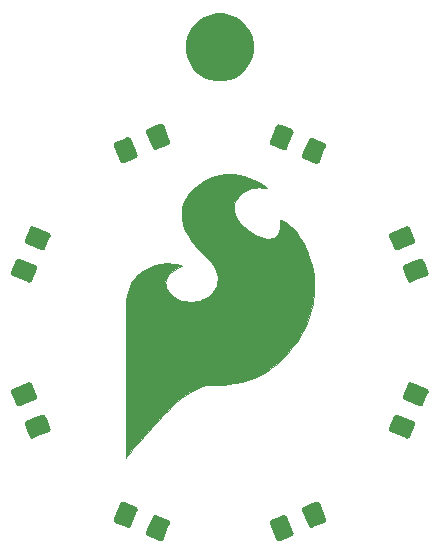
<source format=gts>
G04 #@! TF.GenerationSoftware,KiCad,Pcbnew,(5.1.6)-1*
G04 #@! TF.CreationDate,2020-08-08T13:54:31-07:00*
G04 #@! TF.ProjectId,attiny85-keychain,61747469-6e79-4383-952d-6b6579636861,A*
G04 #@! TF.SameCoordinates,Original*
G04 #@! TF.FileFunction,Soldermask,Top*
G04 #@! TF.FilePolarity,Negative*
%FSLAX46Y46*%
G04 Gerber Fmt 4.6, Leading zero omitted, Abs format (unit mm)*
G04 Created by KiCad (PCBNEW (5.1.6)-1) date 2020-08-08 13:54:31*
%MOMM*%
%LPD*%
G01*
G04 APERTURE LIST*
%ADD10C,0.010000*%
%ADD11C,0.100000*%
G04 APERTURE END LIST*
D10*
G36*
X143466876Y-100908657D02*
G01*
X143888914Y-100970472D01*
X144312757Y-101072400D01*
X144736620Y-101214122D01*
X145158721Y-101395324D01*
X145436166Y-101536763D01*
X145545830Y-101598967D01*
X145668536Y-101673042D01*
X145795827Y-101753437D01*
X145919245Y-101834601D01*
X146030331Y-101910984D01*
X146120629Y-101977035D01*
X146177000Y-102022942D01*
X146251083Y-102089393D01*
X146187583Y-102078199D01*
X146141945Y-102071812D01*
X146065002Y-102062760D01*
X145967603Y-102052260D01*
X145863473Y-102041809D01*
X145553709Y-102029390D01*
X145247863Y-102051100D01*
X144951380Y-102105504D01*
X144669704Y-102191167D01*
X144408282Y-102306653D01*
X144172559Y-102450527D01*
X144096974Y-102507452D01*
X143935847Y-102654091D01*
X143786690Y-102825181D01*
X143655814Y-103011411D01*
X143549526Y-103203473D01*
X143474137Y-103392058D01*
X143457293Y-103451238D01*
X143435800Y-103578575D01*
X143427101Y-103728668D01*
X143431191Y-103883923D01*
X143448066Y-104026744D01*
X143457451Y-104072498D01*
X143532966Y-104309002D01*
X143647716Y-104549409D01*
X143799177Y-104790667D01*
X143984825Y-105029723D01*
X144202137Y-105263526D01*
X144448590Y-105489024D01*
X144721659Y-105703164D01*
X144917424Y-105838224D01*
X145207589Y-106014820D01*
X145485416Y-106156918D01*
X145749700Y-106264372D01*
X145999234Y-106337035D01*
X146232814Y-106374762D01*
X146449233Y-106377407D01*
X146647287Y-106344824D01*
X146825770Y-106276868D01*
X146983476Y-106173393D01*
X147064171Y-106097871D01*
X147178975Y-105946382D01*
X147266178Y-105765660D01*
X147324901Y-105559300D01*
X147354270Y-105330900D01*
X147353407Y-105084055D01*
X147341788Y-104958326D01*
X147331915Y-104869517D01*
X147325506Y-104797907D01*
X147323311Y-104752867D01*
X147324480Y-104742296D01*
X147346022Y-104746583D01*
X147396705Y-104764749D01*
X147467065Y-104793296D01*
X147495360Y-104805429D01*
X147723604Y-104923193D01*
X147956972Y-105079068D01*
X148191945Y-105269720D01*
X148425005Y-105491820D01*
X148652636Y-105742034D01*
X148871318Y-106017032D01*
X149061160Y-106288416D01*
X149150180Y-106432413D01*
X149248726Y-106606324D01*
X149351888Y-106800267D01*
X149454759Y-107004358D01*
X149552427Y-107208717D01*
X149639984Y-107403462D01*
X149712520Y-107578708D01*
X149744461Y-107663837D01*
X149898273Y-108131283D01*
X150020053Y-108586153D01*
X150111230Y-109037388D01*
X150173234Y-109493930D01*
X150207495Y-109964721D01*
X150215442Y-110458703D01*
X150213292Y-110595833D01*
X150206187Y-110839443D01*
X150195645Y-111052259D01*
X150180553Y-111245757D01*
X150159799Y-111431413D01*
X150132273Y-111620703D01*
X150096862Y-111825103D01*
X150091273Y-111855250D01*
X149964515Y-112419516D01*
X149796859Y-112975045D01*
X149589106Y-113520389D01*
X149342058Y-114054100D01*
X149056518Y-114574732D01*
X148733289Y-115080835D01*
X148373171Y-115570962D01*
X147976968Y-116043666D01*
X147545482Y-116497499D01*
X147487236Y-116554649D01*
X147056997Y-116945388D01*
X146608143Y-117298109D01*
X146140765Y-117612772D01*
X145654951Y-117889335D01*
X145150791Y-118127759D01*
X144628373Y-118328002D01*
X144087786Y-118490025D01*
X143529120Y-118613787D01*
X142952463Y-118699247D01*
X142716250Y-118722744D01*
X142625318Y-118728644D01*
X142500851Y-118733956D01*
X142351647Y-118738453D01*
X142186501Y-118741907D01*
X142014212Y-118744090D01*
X141863070Y-118744781D01*
X141680143Y-118745178D01*
X141532954Y-118746461D01*
X141414910Y-118748993D01*
X141319421Y-118753135D01*
X141239893Y-118759249D01*
X141169735Y-118767696D01*
X141102354Y-118778839D01*
X141048153Y-118789496D01*
X140700415Y-118877512D01*
X140357844Y-118997683D01*
X140017571Y-119151549D01*
X139676728Y-119340650D01*
X139332447Y-119566527D01*
X138981861Y-119830720D01*
X138747500Y-120025217D01*
X138568178Y-120184468D01*
X138364978Y-120374381D01*
X138140261Y-120592401D01*
X137896391Y-120835973D01*
X137635734Y-121102542D01*
X137360651Y-121389552D01*
X137073507Y-121694449D01*
X136776666Y-122014676D01*
X136472491Y-122347680D01*
X136163346Y-122690905D01*
X135851595Y-123041796D01*
X135539601Y-123397797D01*
X135229729Y-123756354D01*
X134924342Y-124114911D01*
X134625803Y-124470914D01*
X134547036Y-124565833D01*
X134464118Y-124665967D01*
X134390653Y-124754650D01*
X134330822Y-124826839D01*
X134288803Y-124877492D01*
X134268777Y-124901565D01*
X134267788Y-124902736D01*
X134267173Y-124882558D01*
X134266573Y-124821672D01*
X134265990Y-124721700D01*
X134265424Y-124584266D01*
X134264879Y-124410994D01*
X134264356Y-124203509D01*
X134263856Y-123963434D01*
X134263383Y-123692392D01*
X134262936Y-123392008D01*
X134262520Y-123063906D01*
X134262135Y-122709709D01*
X134261783Y-122331042D01*
X134261466Y-121929528D01*
X134261186Y-121506791D01*
X134260946Y-121064456D01*
X134260745Y-120604145D01*
X134260588Y-120127483D01*
X134260475Y-119636094D01*
X134260408Y-119131602D01*
X134260390Y-118615630D01*
X134260393Y-118489236D01*
X134260405Y-117858510D01*
X134260413Y-117268637D01*
X134260440Y-116718137D01*
X134260508Y-116205531D01*
X134260642Y-115729337D01*
X134260864Y-115288075D01*
X134261199Y-114880266D01*
X134261670Y-114504429D01*
X134262300Y-114159084D01*
X134263113Y-113842751D01*
X134264132Y-113553950D01*
X134265380Y-113291200D01*
X134266882Y-113053022D01*
X134268660Y-112837935D01*
X134270738Y-112644459D01*
X134273139Y-112471114D01*
X134275888Y-112316420D01*
X134279006Y-112178897D01*
X134282519Y-112057064D01*
X134286448Y-111949442D01*
X134290819Y-111854549D01*
X134295653Y-111770907D01*
X134300975Y-111697035D01*
X134306808Y-111631452D01*
X134313175Y-111572679D01*
X134320101Y-111519235D01*
X134327608Y-111469640D01*
X134335719Y-111422415D01*
X134344459Y-111376078D01*
X134353851Y-111329151D01*
X134363918Y-111280151D01*
X134374683Y-111227601D01*
X134375513Y-111223507D01*
X134470968Y-110840878D01*
X134597452Y-110480157D01*
X134753432Y-110145196D01*
X134907519Y-109884441D01*
X134998925Y-109759886D01*
X135116535Y-109621416D01*
X135251122Y-109478291D01*
X135393464Y-109339772D01*
X135534336Y-109215117D01*
X135664513Y-109113586D01*
X135699500Y-109089422D01*
X136034483Y-108891411D01*
X136392275Y-108727789D01*
X136769138Y-108599968D01*
X137161336Y-108509359D01*
X137290714Y-108488271D01*
X137401716Y-108474273D01*
X137514986Y-108465252D01*
X137640885Y-108460812D01*
X137789776Y-108460558D01*
X137942727Y-108463350D01*
X138184502Y-108473340D01*
X138395779Y-108491620D01*
X138587859Y-108519783D01*
X138772043Y-108559421D01*
X138926609Y-108602056D01*
X139052803Y-108639957D01*
X138782952Y-108770405D01*
X138496596Y-108921589D01*
X138250612Y-109078673D01*
X138045313Y-109241354D01*
X137881009Y-109409329D01*
X137758012Y-109582296D01*
X137676633Y-109759953D01*
X137646945Y-109873764D01*
X137629605Y-110081566D01*
X137653770Y-110294915D01*
X137719203Y-110512297D01*
X137762022Y-110610976D01*
X137847368Y-110773647D01*
X137939462Y-110911141D01*
X138050082Y-111040317D01*
X138092135Y-111083468D01*
X138298109Y-111260308D01*
X138531638Y-111409200D01*
X138787900Y-111529470D01*
X139062076Y-111620449D01*
X139349347Y-111681463D01*
X139644892Y-111711842D01*
X139943891Y-111710913D01*
X140241525Y-111678006D01*
X140532974Y-111612448D01*
X140813418Y-111513568D01*
X140900097Y-111474755D01*
X141074764Y-111386086D01*
X141222928Y-111295647D01*
X141359569Y-111193240D01*
X141499670Y-111068667D01*
X141507178Y-111061537D01*
X141697537Y-110853542D01*
X141849163Y-110630339D01*
X141961894Y-110394163D01*
X142035568Y-110147252D01*
X142070026Y-109891841D01*
X142065105Y-109630166D01*
X142020645Y-109364463D01*
X141936483Y-109096968D01*
X141812459Y-108829918D01*
X141683525Y-108616750D01*
X141638052Y-108550634D01*
X141591103Y-108486778D01*
X141539231Y-108421407D01*
X141478991Y-108350745D01*
X141406937Y-108271016D01*
X141319624Y-108178444D01*
X141213607Y-108069253D01*
X141085439Y-107939668D01*
X140931676Y-107785914D01*
X140862602Y-107717166D01*
X140691834Y-107545381D01*
X140532003Y-107380709D01*
X140387435Y-107227770D01*
X140262454Y-107091185D01*
X140161382Y-106975573D01*
X140109215Y-106912174D01*
X139829412Y-106536354D01*
X139590432Y-106165560D01*
X139392294Y-105800199D01*
X139235016Y-105440681D01*
X139118614Y-105087413D01*
X139043107Y-104740806D01*
X139008513Y-104401267D01*
X139014850Y-104069205D01*
X139062134Y-103745028D01*
X139150384Y-103429146D01*
X139279617Y-103121967D01*
X139449852Y-102823899D01*
X139661106Y-102535352D01*
X139907486Y-102262670D01*
X140202666Y-101990196D01*
X140521928Y-101741184D01*
X140859733Y-101518724D01*
X141210541Y-101325907D01*
X141568812Y-101165824D01*
X141929006Y-101041566D01*
X142229416Y-100967054D01*
X142635344Y-100906631D01*
X143048425Y-100887271D01*
X143466876Y-100908657D01*
G37*
X143466876Y-100908657D02*
X143888914Y-100970472D01*
X144312757Y-101072400D01*
X144736620Y-101214122D01*
X145158721Y-101395324D01*
X145436166Y-101536763D01*
X145545830Y-101598967D01*
X145668536Y-101673042D01*
X145795827Y-101753437D01*
X145919245Y-101834601D01*
X146030331Y-101910984D01*
X146120629Y-101977035D01*
X146177000Y-102022942D01*
X146251083Y-102089393D01*
X146187583Y-102078199D01*
X146141945Y-102071812D01*
X146065002Y-102062760D01*
X145967603Y-102052260D01*
X145863473Y-102041809D01*
X145553709Y-102029390D01*
X145247863Y-102051100D01*
X144951380Y-102105504D01*
X144669704Y-102191167D01*
X144408282Y-102306653D01*
X144172559Y-102450527D01*
X144096974Y-102507452D01*
X143935847Y-102654091D01*
X143786690Y-102825181D01*
X143655814Y-103011411D01*
X143549526Y-103203473D01*
X143474137Y-103392058D01*
X143457293Y-103451238D01*
X143435800Y-103578575D01*
X143427101Y-103728668D01*
X143431191Y-103883923D01*
X143448066Y-104026744D01*
X143457451Y-104072498D01*
X143532966Y-104309002D01*
X143647716Y-104549409D01*
X143799177Y-104790667D01*
X143984825Y-105029723D01*
X144202137Y-105263526D01*
X144448590Y-105489024D01*
X144721659Y-105703164D01*
X144917424Y-105838224D01*
X145207589Y-106014820D01*
X145485416Y-106156918D01*
X145749700Y-106264372D01*
X145999234Y-106337035D01*
X146232814Y-106374762D01*
X146449233Y-106377407D01*
X146647287Y-106344824D01*
X146825770Y-106276868D01*
X146983476Y-106173393D01*
X147064171Y-106097871D01*
X147178975Y-105946382D01*
X147266178Y-105765660D01*
X147324901Y-105559300D01*
X147354270Y-105330900D01*
X147353407Y-105084055D01*
X147341788Y-104958326D01*
X147331915Y-104869517D01*
X147325506Y-104797907D01*
X147323311Y-104752867D01*
X147324480Y-104742296D01*
X147346022Y-104746583D01*
X147396705Y-104764749D01*
X147467065Y-104793296D01*
X147495360Y-104805429D01*
X147723604Y-104923193D01*
X147956972Y-105079068D01*
X148191945Y-105269720D01*
X148425005Y-105491820D01*
X148652636Y-105742034D01*
X148871318Y-106017032D01*
X149061160Y-106288416D01*
X149150180Y-106432413D01*
X149248726Y-106606324D01*
X149351888Y-106800267D01*
X149454759Y-107004358D01*
X149552427Y-107208717D01*
X149639984Y-107403462D01*
X149712520Y-107578708D01*
X149744461Y-107663837D01*
X149898273Y-108131283D01*
X150020053Y-108586153D01*
X150111230Y-109037388D01*
X150173234Y-109493930D01*
X150207495Y-109964721D01*
X150215442Y-110458703D01*
X150213292Y-110595833D01*
X150206187Y-110839443D01*
X150195645Y-111052259D01*
X150180553Y-111245757D01*
X150159799Y-111431413D01*
X150132273Y-111620703D01*
X150096862Y-111825103D01*
X150091273Y-111855250D01*
X149964515Y-112419516D01*
X149796859Y-112975045D01*
X149589106Y-113520389D01*
X149342058Y-114054100D01*
X149056518Y-114574732D01*
X148733289Y-115080835D01*
X148373171Y-115570962D01*
X147976968Y-116043666D01*
X147545482Y-116497499D01*
X147487236Y-116554649D01*
X147056997Y-116945388D01*
X146608143Y-117298109D01*
X146140765Y-117612772D01*
X145654951Y-117889335D01*
X145150791Y-118127759D01*
X144628373Y-118328002D01*
X144087786Y-118490025D01*
X143529120Y-118613787D01*
X142952463Y-118699247D01*
X142716250Y-118722744D01*
X142625318Y-118728644D01*
X142500851Y-118733956D01*
X142351647Y-118738453D01*
X142186501Y-118741907D01*
X142014212Y-118744090D01*
X141863070Y-118744781D01*
X141680143Y-118745178D01*
X141532954Y-118746461D01*
X141414910Y-118748993D01*
X141319421Y-118753135D01*
X141239893Y-118759249D01*
X141169735Y-118767696D01*
X141102354Y-118778839D01*
X141048153Y-118789496D01*
X140700415Y-118877512D01*
X140357844Y-118997683D01*
X140017571Y-119151549D01*
X139676728Y-119340650D01*
X139332447Y-119566527D01*
X138981861Y-119830720D01*
X138747500Y-120025217D01*
X138568178Y-120184468D01*
X138364978Y-120374381D01*
X138140261Y-120592401D01*
X137896391Y-120835973D01*
X137635734Y-121102542D01*
X137360651Y-121389552D01*
X137073507Y-121694449D01*
X136776666Y-122014676D01*
X136472491Y-122347680D01*
X136163346Y-122690905D01*
X135851595Y-123041796D01*
X135539601Y-123397797D01*
X135229729Y-123756354D01*
X134924342Y-124114911D01*
X134625803Y-124470914D01*
X134547036Y-124565833D01*
X134464118Y-124665967D01*
X134390653Y-124754650D01*
X134330822Y-124826839D01*
X134288803Y-124877492D01*
X134268777Y-124901565D01*
X134267788Y-124902736D01*
X134267173Y-124882558D01*
X134266573Y-124821672D01*
X134265990Y-124721700D01*
X134265424Y-124584266D01*
X134264879Y-124410994D01*
X134264356Y-124203509D01*
X134263856Y-123963434D01*
X134263383Y-123692392D01*
X134262936Y-123392008D01*
X134262520Y-123063906D01*
X134262135Y-122709709D01*
X134261783Y-122331042D01*
X134261466Y-121929528D01*
X134261186Y-121506791D01*
X134260946Y-121064456D01*
X134260745Y-120604145D01*
X134260588Y-120127483D01*
X134260475Y-119636094D01*
X134260408Y-119131602D01*
X134260390Y-118615630D01*
X134260393Y-118489236D01*
X134260405Y-117858510D01*
X134260413Y-117268637D01*
X134260440Y-116718137D01*
X134260508Y-116205531D01*
X134260642Y-115729337D01*
X134260864Y-115288075D01*
X134261199Y-114880266D01*
X134261670Y-114504429D01*
X134262300Y-114159084D01*
X134263113Y-113842751D01*
X134264132Y-113553950D01*
X134265380Y-113291200D01*
X134266882Y-113053022D01*
X134268660Y-112837935D01*
X134270738Y-112644459D01*
X134273139Y-112471114D01*
X134275888Y-112316420D01*
X134279006Y-112178897D01*
X134282519Y-112057064D01*
X134286448Y-111949442D01*
X134290819Y-111854549D01*
X134295653Y-111770907D01*
X134300975Y-111697035D01*
X134306808Y-111631452D01*
X134313175Y-111572679D01*
X134320101Y-111519235D01*
X134327608Y-111469640D01*
X134335719Y-111422415D01*
X134344459Y-111376078D01*
X134353851Y-111329151D01*
X134363918Y-111280151D01*
X134374683Y-111227601D01*
X134375513Y-111223507D01*
X134470968Y-110840878D01*
X134597452Y-110480157D01*
X134753432Y-110145196D01*
X134907519Y-109884441D01*
X134998925Y-109759886D01*
X135116535Y-109621416D01*
X135251122Y-109478291D01*
X135393464Y-109339772D01*
X135534336Y-109215117D01*
X135664513Y-109113586D01*
X135699500Y-109089422D01*
X136034483Y-108891411D01*
X136392275Y-108727789D01*
X136769138Y-108599968D01*
X137161336Y-108509359D01*
X137290714Y-108488271D01*
X137401716Y-108474273D01*
X137514986Y-108465252D01*
X137640885Y-108460812D01*
X137789776Y-108460558D01*
X137942727Y-108463350D01*
X138184502Y-108473340D01*
X138395779Y-108491620D01*
X138587859Y-108519783D01*
X138772043Y-108559421D01*
X138926609Y-108602056D01*
X139052803Y-108639957D01*
X138782952Y-108770405D01*
X138496596Y-108921589D01*
X138250612Y-109078673D01*
X138045313Y-109241354D01*
X137881009Y-109409329D01*
X137758012Y-109582296D01*
X137676633Y-109759953D01*
X137646945Y-109873764D01*
X137629605Y-110081566D01*
X137653770Y-110294915D01*
X137719203Y-110512297D01*
X137762022Y-110610976D01*
X137847368Y-110773647D01*
X137939462Y-110911141D01*
X138050082Y-111040317D01*
X138092135Y-111083468D01*
X138298109Y-111260308D01*
X138531638Y-111409200D01*
X138787900Y-111529470D01*
X139062076Y-111620449D01*
X139349347Y-111681463D01*
X139644892Y-111711842D01*
X139943891Y-111710913D01*
X140241525Y-111678006D01*
X140532974Y-111612448D01*
X140813418Y-111513568D01*
X140900097Y-111474755D01*
X141074764Y-111386086D01*
X141222928Y-111295647D01*
X141359569Y-111193240D01*
X141499670Y-111068667D01*
X141507178Y-111061537D01*
X141697537Y-110853542D01*
X141849163Y-110630339D01*
X141961894Y-110394163D01*
X142035568Y-110147252D01*
X142070026Y-109891841D01*
X142065105Y-109630166D01*
X142020645Y-109364463D01*
X141936483Y-109096968D01*
X141812459Y-108829918D01*
X141683525Y-108616750D01*
X141638052Y-108550634D01*
X141591103Y-108486778D01*
X141539231Y-108421407D01*
X141478991Y-108350745D01*
X141406937Y-108271016D01*
X141319624Y-108178444D01*
X141213607Y-108069253D01*
X141085439Y-107939668D01*
X140931676Y-107785914D01*
X140862602Y-107717166D01*
X140691834Y-107545381D01*
X140532003Y-107380709D01*
X140387435Y-107227770D01*
X140262454Y-107091185D01*
X140161382Y-106975573D01*
X140109215Y-106912174D01*
X139829412Y-106536354D01*
X139590432Y-106165560D01*
X139392294Y-105800199D01*
X139235016Y-105440681D01*
X139118614Y-105087413D01*
X139043107Y-104740806D01*
X139008513Y-104401267D01*
X139014850Y-104069205D01*
X139062134Y-103745028D01*
X139150384Y-103429146D01*
X139279617Y-103121967D01*
X139449852Y-102823899D01*
X139661106Y-102535352D01*
X139907486Y-102262670D01*
X140202666Y-101990196D01*
X140521928Y-101741184D01*
X140859733Y-101518724D01*
X141210541Y-101325907D01*
X141568812Y-101165824D01*
X141929006Y-101041566D01*
X142229416Y-100967054D01*
X142635344Y-100906631D01*
X143048425Y-100887271D01*
X143466876Y-100908657D01*
D11*
G36*
X136825043Y-129770278D02*
G01*
X136873133Y-129784866D01*
X136901287Y-129796528D01*
X136901288Y-129796528D01*
X136963029Y-129822102D01*
X137875430Y-130200030D01*
X137919742Y-130223716D01*
X137956647Y-130254003D01*
X137986929Y-130290903D01*
X138009431Y-130333000D01*
X138023291Y-130378689D01*
X138027970Y-130426193D01*
X138023291Y-130473697D01*
X138008703Y-130521787D01*
X137997042Y-130549940D01*
X137997041Y-130549942D01*
X137890368Y-130807472D01*
X137469164Y-131824349D01*
X137445479Y-131868658D01*
X137415197Y-131905558D01*
X137378292Y-131935845D01*
X137336194Y-131958347D01*
X137290507Y-131972206D01*
X137243003Y-131976885D01*
X137195499Y-131972206D01*
X137147409Y-131957618D01*
X137094842Y-131935844D01*
X136757679Y-131796187D01*
X136145112Y-131542454D01*
X136100800Y-131518768D01*
X136063895Y-131488481D01*
X136033613Y-131451581D01*
X136011111Y-131409484D01*
X135997251Y-131363795D01*
X135992572Y-131316291D01*
X135997251Y-131268787D01*
X136011839Y-131220697D01*
X136187191Y-130797361D01*
X136397225Y-130290292D01*
X136551378Y-129918135D01*
X136575063Y-129873826D01*
X136605345Y-129836926D01*
X136642250Y-129806639D01*
X136684348Y-129784137D01*
X136730035Y-129770278D01*
X136777539Y-129765599D01*
X136825043Y-129770278D01*
G37*
G36*
X147749965Y-129770278D02*
G01*
X147795654Y-129784138D01*
X147837751Y-129806640D01*
X147874651Y-129836922D01*
X147904938Y-129873827D01*
X147928624Y-129918139D01*
X148468161Y-131220697D01*
X148482749Y-131268787D01*
X148487428Y-131316291D01*
X148482749Y-131363795D01*
X148468890Y-131409482D01*
X148446388Y-131451580D01*
X148416101Y-131488485D01*
X148379201Y-131518767D01*
X148334892Y-131542452D01*
X148306729Y-131554117D01*
X148306730Y-131554117D01*
X147385159Y-131935844D01*
X147332591Y-131957618D01*
X147284501Y-131972206D01*
X147236997Y-131976885D01*
X147189493Y-131972206D01*
X147143804Y-131958346D01*
X147101707Y-131935844D01*
X147064807Y-131905562D01*
X147034520Y-131868657D01*
X147010834Y-131824345D01*
X146471297Y-130521787D01*
X146456709Y-130473697D01*
X146452030Y-130426193D01*
X146456709Y-130378689D01*
X146470568Y-130333002D01*
X146493070Y-130290904D01*
X146523357Y-130253999D01*
X146560257Y-130223717D01*
X146604566Y-130200032D01*
X147285117Y-129918139D01*
X147578712Y-129796528D01*
X147578713Y-129796528D01*
X147606867Y-129784866D01*
X147654957Y-129770278D01*
X147702461Y-129765599D01*
X147749965Y-129770278D01*
G37*
G36*
X134076501Y-128631794D02*
G01*
X134124591Y-128646382D01*
X134152745Y-128658044D01*
X134152746Y-128658044D01*
X134214487Y-128683618D01*
X135126888Y-129061546D01*
X135171200Y-129085232D01*
X135208105Y-129115519D01*
X135238387Y-129152419D01*
X135260889Y-129194516D01*
X135274749Y-129240205D01*
X135279428Y-129287709D01*
X135274749Y-129335213D01*
X135260161Y-129383303D01*
X135248500Y-129411456D01*
X135248499Y-129411458D01*
X135072266Y-129836922D01*
X134720622Y-130685865D01*
X134696937Y-130730174D01*
X134666655Y-130767074D01*
X134629750Y-130797361D01*
X134587652Y-130819863D01*
X134541965Y-130833722D01*
X134494461Y-130838401D01*
X134446957Y-130833722D01*
X134398867Y-130819134D01*
X134346300Y-130797360D01*
X134009137Y-130657703D01*
X133396570Y-130403970D01*
X133352258Y-130380284D01*
X133315353Y-130349997D01*
X133285071Y-130313097D01*
X133262569Y-130271000D01*
X133248709Y-130225311D01*
X133244030Y-130177807D01*
X133248709Y-130130303D01*
X133263297Y-130082213D01*
X133371039Y-129822102D01*
X133791171Y-128807813D01*
X133802836Y-128779651D01*
X133826521Y-128735342D01*
X133856803Y-128698442D01*
X133893708Y-128668155D01*
X133935806Y-128645653D01*
X133981493Y-128631794D01*
X134028997Y-128627115D01*
X134076501Y-128631794D01*
G37*
G36*
X150498507Y-128631794D02*
G01*
X150544196Y-128645654D01*
X150586293Y-128668156D01*
X150623193Y-128698438D01*
X150653480Y-128735343D01*
X150677166Y-128779655D01*
X151216703Y-130082213D01*
X151231291Y-130130303D01*
X151235970Y-130177807D01*
X151231291Y-130225311D01*
X151217432Y-130270998D01*
X151194930Y-130313096D01*
X151164643Y-130350001D01*
X151127743Y-130380283D01*
X151083434Y-130403968D01*
X151055271Y-130415633D01*
X151055272Y-130415633D01*
X150133701Y-130797360D01*
X150081133Y-130819134D01*
X150033043Y-130833722D01*
X149985539Y-130838401D01*
X149938035Y-130833722D01*
X149892346Y-130819862D01*
X149850249Y-130797360D01*
X149813349Y-130767078D01*
X149783062Y-130730173D01*
X149759376Y-130685861D01*
X149219839Y-129383303D01*
X149205251Y-129335213D01*
X149200572Y-129287709D01*
X149205251Y-129240205D01*
X149219110Y-129194518D01*
X149241612Y-129152420D01*
X149271899Y-129115515D01*
X149308799Y-129085233D01*
X149353108Y-129061548D01*
X150033659Y-128779655D01*
X150327254Y-128658044D01*
X150327255Y-128658044D01*
X150355409Y-128646382D01*
X150403499Y-128631794D01*
X150451003Y-128627115D01*
X150498507Y-128631794D01*
G37*
G36*
X127299795Y-121265251D02*
G01*
X127345482Y-121279110D01*
X127387580Y-121301612D01*
X127424485Y-121331899D01*
X127454767Y-121368799D01*
X127478452Y-121413108D01*
X127490117Y-121441270D01*
X127656545Y-121843062D01*
X127893618Y-122415409D01*
X127908206Y-122463499D01*
X127912885Y-122511003D01*
X127908206Y-122558507D01*
X127894346Y-122604196D01*
X127871844Y-122646293D01*
X127841562Y-122683193D01*
X127804657Y-122713480D01*
X127760345Y-122737166D01*
X126857137Y-123111287D01*
X126510355Y-123254929D01*
X126457787Y-123276703D01*
X126409697Y-123291291D01*
X126362193Y-123295970D01*
X126314689Y-123291291D01*
X126269002Y-123277432D01*
X126226904Y-123254930D01*
X126189999Y-123224643D01*
X126159717Y-123187743D01*
X126136032Y-123143434D01*
X126014940Y-122851091D01*
X125732528Y-122169288D01*
X125732528Y-122169287D01*
X125720866Y-122141133D01*
X125706278Y-122093043D01*
X125701599Y-122045539D01*
X125706278Y-121998035D01*
X125720138Y-121952346D01*
X125742640Y-121910249D01*
X125772922Y-121873349D01*
X125809827Y-121843062D01*
X125854139Y-121819376D01*
X126834957Y-121413108D01*
X127128542Y-121291501D01*
X127128544Y-121291501D01*
X127156697Y-121279839D01*
X127204787Y-121265251D01*
X127252291Y-121260572D01*
X127299795Y-121265251D01*
G37*
G36*
X157275213Y-121265251D02*
G01*
X157323303Y-121279839D01*
X157351456Y-121291500D01*
X157351458Y-121291501D01*
X157713032Y-121441270D01*
X158625865Y-121819378D01*
X158670174Y-121843063D01*
X158707074Y-121873345D01*
X158737361Y-121910250D01*
X158759863Y-121952348D01*
X158773722Y-121998035D01*
X158778401Y-122045539D01*
X158773722Y-122093043D01*
X158759134Y-122141133D01*
X158343970Y-123143430D01*
X158320284Y-123187742D01*
X158289997Y-123224647D01*
X158253097Y-123254929D01*
X158211000Y-123277431D01*
X158165311Y-123291291D01*
X158117807Y-123295970D01*
X158070303Y-123291291D01*
X158022213Y-123276703D01*
X157969646Y-123254929D01*
X156747813Y-122748829D01*
X156747814Y-122748829D01*
X156719651Y-122737164D01*
X156675342Y-122713479D01*
X156638442Y-122683197D01*
X156608155Y-122646292D01*
X156585653Y-122604194D01*
X156571794Y-122558507D01*
X156567115Y-122511003D01*
X156571794Y-122463499D01*
X156586382Y-122415409D01*
X157001546Y-121413112D01*
X157025232Y-121368800D01*
X157055519Y-121331895D01*
X157092419Y-121301613D01*
X157134516Y-121279111D01*
X157180205Y-121265251D01*
X157227709Y-121260572D01*
X157275213Y-121265251D01*
G37*
G36*
X126161311Y-118516709D02*
G01*
X126206998Y-118530568D01*
X126249096Y-118553070D01*
X126286001Y-118583357D01*
X126316283Y-118620257D01*
X126339968Y-118664566D01*
X126351633Y-118692728D01*
X126518061Y-119094520D01*
X126755134Y-119666867D01*
X126769722Y-119714957D01*
X126774401Y-119762461D01*
X126769722Y-119809965D01*
X126755862Y-119855654D01*
X126733360Y-119897751D01*
X126703078Y-119934651D01*
X126666173Y-119964938D01*
X126621861Y-119988624D01*
X125718653Y-120362745D01*
X125371871Y-120506387D01*
X125319303Y-120528161D01*
X125271213Y-120542749D01*
X125223709Y-120547428D01*
X125176205Y-120542749D01*
X125130518Y-120528890D01*
X125088420Y-120506388D01*
X125051515Y-120476101D01*
X125021233Y-120439201D01*
X124997548Y-120394892D01*
X124876456Y-120102549D01*
X124594044Y-119420746D01*
X124594044Y-119420745D01*
X124582382Y-119392591D01*
X124567794Y-119344501D01*
X124563115Y-119296997D01*
X124567794Y-119249493D01*
X124581654Y-119203804D01*
X124604156Y-119161707D01*
X124634438Y-119124807D01*
X124671343Y-119094520D01*
X124715655Y-119070834D01*
X125696473Y-118664566D01*
X125990058Y-118542959D01*
X125990060Y-118542959D01*
X126018213Y-118531297D01*
X126066303Y-118516709D01*
X126113807Y-118512030D01*
X126161311Y-118516709D01*
G37*
G36*
X158413697Y-118516709D02*
G01*
X158461787Y-118531297D01*
X158489940Y-118542958D01*
X158489942Y-118542959D01*
X158851516Y-118692728D01*
X159764349Y-119070836D01*
X159808658Y-119094521D01*
X159845558Y-119124803D01*
X159875845Y-119161708D01*
X159898347Y-119203806D01*
X159912206Y-119249493D01*
X159916885Y-119296997D01*
X159912206Y-119344501D01*
X159897618Y-119392591D01*
X159482454Y-120394888D01*
X159458768Y-120439200D01*
X159428481Y-120476105D01*
X159391581Y-120506387D01*
X159349484Y-120528889D01*
X159303795Y-120542749D01*
X159256291Y-120547428D01*
X159208787Y-120542749D01*
X159160697Y-120528161D01*
X159108130Y-120506387D01*
X157886297Y-120000287D01*
X157886298Y-120000287D01*
X157858135Y-119988622D01*
X157813826Y-119964937D01*
X157776926Y-119934655D01*
X157746639Y-119897750D01*
X157724137Y-119855652D01*
X157710278Y-119809965D01*
X157705599Y-119762461D01*
X157710278Y-119714957D01*
X157724866Y-119666867D01*
X158140030Y-118664570D01*
X158163716Y-118620258D01*
X158194003Y-118583353D01*
X158230903Y-118553071D01*
X158273000Y-118530569D01*
X158318689Y-118516709D01*
X158366193Y-118512030D01*
X158413697Y-118516709D01*
G37*
G36*
X159303795Y-108057251D02*
G01*
X159349482Y-108071110D01*
X159391580Y-108093612D01*
X159428485Y-108123899D01*
X159458767Y-108160799D01*
X159482452Y-108205108D01*
X159494117Y-108233270D01*
X159660545Y-108635062D01*
X159897618Y-109207409D01*
X159912206Y-109255499D01*
X159916885Y-109303003D01*
X159912206Y-109350507D01*
X159898346Y-109396196D01*
X159875844Y-109438293D01*
X159845562Y-109475193D01*
X159808657Y-109505480D01*
X159764345Y-109529166D01*
X158861137Y-109903287D01*
X158514355Y-110046929D01*
X158461787Y-110068703D01*
X158413697Y-110083291D01*
X158366193Y-110087970D01*
X158318689Y-110083291D01*
X158273002Y-110069432D01*
X158230904Y-110046930D01*
X158193999Y-110016643D01*
X158163717Y-109979743D01*
X158140032Y-109935434D01*
X158018940Y-109643091D01*
X157736528Y-108961288D01*
X157736528Y-108961287D01*
X157724866Y-108933133D01*
X157710278Y-108885043D01*
X157705599Y-108837539D01*
X157710278Y-108790035D01*
X157724138Y-108744346D01*
X157746640Y-108702249D01*
X157776922Y-108665349D01*
X157813827Y-108635062D01*
X157858139Y-108611376D01*
X158838957Y-108205108D01*
X159132542Y-108083501D01*
X159132544Y-108083501D01*
X159160697Y-108071839D01*
X159208787Y-108057251D01*
X159256291Y-108052572D01*
X159303795Y-108057251D01*
G37*
G36*
X125271213Y-108057251D02*
G01*
X125319303Y-108071839D01*
X125347456Y-108083500D01*
X125347458Y-108083501D01*
X125709032Y-108233270D01*
X126621865Y-108611378D01*
X126666174Y-108635063D01*
X126703074Y-108665345D01*
X126733361Y-108702250D01*
X126755863Y-108744348D01*
X126769722Y-108790035D01*
X126774401Y-108837539D01*
X126769722Y-108885043D01*
X126755134Y-108933133D01*
X126339970Y-109935430D01*
X126316284Y-109979742D01*
X126285997Y-110016647D01*
X126249097Y-110046929D01*
X126207000Y-110069431D01*
X126161311Y-110083291D01*
X126113807Y-110087970D01*
X126066303Y-110083291D01*
X126018213Y-110068703D01*
X125965646Y-110046929D01*
X124743813Y-109540829D01*
X124743814Y-109540829D01*
X124715651Y-109529164D01*
X124671342Y-109505479D01*
X124634442Y-109475197D01*
X124604155Y-109438292D01*
X124581653Y-109396194D01*
X124567794Y-109350507D01*
X124563115Y-109303003D01*
X124567794Y-109255499D01*
X124582382Y-109207409D01*
X124997546Y-108205112D01*
X125021232Y-108160800D01*
X125051519Y-108123895D01*
X125088419Y-108093613D01*
X125130516Y-108071111D01*
X125176205Y-108057251D01*
X125223709Y-108052572D01*
X125271213Y-108057251D01*
G37*
G36*
X158165311Y-105308709D02*
G01*
X158210998Y-105322568D01*
X158253096Y-105345070D01*
X158290001Y-105375357D01*
X158320283Y-105412257D01*
X158343968Y-105456566D01*
X158355633Y-105484728D01*
X158522061Y-105886520D01*
X158759134Y-106458867D01*
X158773722Y-106506957D01*
X158778401Y-106554461D01*
X158773722Y-106601965D01*
X158759862Y-106647654D01*
X158737360Y-106689751D01*
X158707078Y-106726651D01*
X158670173Y-106756938D01*
X158625861Y-106780624D01*
X157722653Y-107154745D01*
X157375871Y-107298387D01*
X157323303Y-107320161D01*
X157275213Y-107334749D01*
X157227709Y-107339428D01*
X157180205Y-107334749D01*
X157134518Y-107320890D01*
X157092420Y-107298388D01*
X157055515Y-107268101D01*
X157025233Y-107231201D01*
X157001548Y-107186892D01*
X156880456Y-106894549D01*
X156598044Y-106212746D01*
X156598044Y-106212745D01*
X156586382Y-106184591D01*
X156571794Y-106136501D01*
X156567115Y-106088997D01*
X156571794Y-106041493D01*
X156585654Y-105995804D01*
X156608156Y-105953707D01*
X156638438Y-105916807D01*
X156675343Y-105886520D01*
X156719655Y-105862834D01*
X157700473Y-105456566D01*
X157994058Y-105334959D01*
X157994060Y-105334959D01*
X158022213Y-105323297D01*
X158070303Y-105308709D01*
X158117807Y-105304030D01*
X158165311Y-105308709D01*
G37*
G36*
X126409697Y-105308709D02*
G01*
X126457787Y-105323297D01*
X126485940Y-105334958D01*
X126485942Y-105334959D01*
X126847516Y-105484728D01*
X127760349Y-105862836D01*
X127804658Y-105886521D01*
X127841558Y-105916803D01*
X127871845Y-105953708D01*
X127894347Y-105995806D01*
X127908206Y-106041493D01*
X127912885Y-106088997D01*
X127908206Y-106136501D01*
X127893618Y-106184591D01*
X127478454Y-107186888D01*
X127454768Y-107231200D01*
X127424481Y-107268105D01*
X127387581Y-107298387D01*
X127345484Y-107320889D01*
X127299795Y-107334749D01*
X127252291Y-107339428D01*
X127204787Y-107334749D01*
X127156697Y-107320161D01*
X127104130Y-107298387D01*
X125882297Y-106792287D01*
X125882298Y-106792287D01*
X125854135Y-106780622D01*
X125809826Y-106756937D01*
X125772926Y-106726655D01*
X125742639Y-106689750D01*
X125720137Y-106647652D01*
X125706278Y-106601965D01*
X125701599Y-106554461D01*
X125706278Y-106506957D01*
X125720866Y-106458867D01*
X126136030Y-105456570D01*
X126159716Y-105412258D01*
X126190003Y-105375353D01*
X126226903Y-105345071D01*
X126269000Y-105322569D01*
X126314689Y-105308709D01*
X126362193Y-105304030D01*
X126409697Y-105308709D01*
G37*
G36*
X150033043Y-97827520D02*
G01*
X150081133Y-97842108D01*
X150109287Y-97853770D01*
X150109288Y-97853770D01*
X150254114Y-97913759D01*
X151083430Y-98257272D01*
X151127742Y-98280958D01*
X151164647Y-98311245D01*
X151194929Y-98348145D01*
X151217431Y-98390242D01*
X151231291Y-98435931D01*
X151235970Y-98483435D01*
X151231291Y-98530939D01*
X151216703Y-98579029D01*
X151205042Y-98607182D01*
X151205041Y-98607184D01*
X151098368Y-98864714D01*
X150677164Y-99881591D01*
X150653479Y-99925900D01*
X150623197Y-99962800D01*
X150586292Y-99993087D01*
X150544194Y-100015589D01*
X150498507Y-100029448D01*
X150451003Y-100034127D01*
X150403499Y-100029448D01*
X150355409Y-100014860D01*
X149353112Y-99599696D01*
X149308800Y-99576010D01*
X149271895Y-99545723D01*
X149241613Y-99508823D01*
X149219111Y-99466726D01*
X149205251Y-99421037D01*
X149200572Y-99373533D01*
X149205251Y-99326029D01*
X149219839Y-99277939D01*
X149395191Y-98854603D01*
X149612902Y-98329002D01*
X149759378Y-97975377D01*
X149783063Y-97931068D01*
X149813345Y-97894168D01*
X149850250Y-97863881D01*
X149892348Y-97841379D01*
X149938035Y-97827520D01*
X149985539Y-97822841D01*
X150033043Y-97827520D01*
G37*
G36*
X134541965Y-97766278D02*
G01*
X134587654Y-97780138D01*
X134629751Y-97802640D01*
X134666651Y-97832922D01*
X134696938Y-97869827D01*
X134720624Y-97914139D01*
X135026961Y-98653703D01*
X135119196Y-98876376D01*
X135260161Y-99216697D01*
X135274749Y-99264787D01*
X135279428Y-99312291D01*
X135274749Y-99359795D01*
X135260890Y-99405482D01*
X135238388Y-99447580D01*
X135208101Y-99484485D01*
X135171201Y-99514767D01*
X135126892Y-99538452D01*
X135098729Y-99550117D01*
X135098730Y-99550117D01*
X134177159Y-99931844D01*
X134124591Y-99953618D01*
X134076501Y-99968206D01*
X134028997Y-99972885D01*
X133981493Y-99968206D01*
X133935804Y-99954346D01*
X133893707Y-99931844D01*
X133856807Y-99901562D01*
X133826520Y-99864657D01*
X133802834Y-99820345D01*
X133356783Y-98743483D01*
X133274959Y-98545942D01*
X133274959Y-98545940D01*
X133263297Y-98517787D01*
X133248709Y-98469697D01*
X133244030Y-98422193D01*
X133248709Y-98374689D01*
X133262568Y-98329002D01*
X133285070Y-98286904D01*
X133315357Y-98249999D01*
X133352257Y-98219717D01*
X133396566Y-98196032D01*
X134125331Y-97894168D01*
X134370712Y-97792528D01*
X134370713Y-97792528D01*
X134398867Y-97780866D01*
X134446957Y-97766278D01*
X134494461Y-97761599D01*
X134541965Y-97766278D01*
G37*
G36*
X147284501Y-96689036D02*
G01*
X147332591Y-96703624D01*
X147360745Y-96715286D01*
X147360746Y-96715286D01*
X147505572Y-96775275D01*
X148334888Y-97118788D01*
X148379200Y-97142474D01*
X148416105Y-97172761D01*
X148446387Y-97209661D01*
X148468889Y-97251758D01*
X148482749Y-97297447D01*
X148487428Y-97344951D01*
X148482749Y-97392455D01*
X148468161Y-97440545D01*
X148456500Y-97468698D01*
X148456499Y-97468700D01*
X148134692Y-98245609D01*
X147928622Y-98743107D01*
X147904937Y-98787416D01*
X147874655Y-98824316D01*
X147837750Y-98854603D01*
X147795652Y-98877105D01*
X147749965Y-98890964D01*
X147702461Y-98895643D01*
X147654957Y-98890964D01*
X147606867Y-98876376D01*
X146604570Y-98461212D01*
X146560258Y-98437526D01*
X146523353Y-98407239D01*
X146493071Y-98370339D01*
X146470569Y-98328242D01*
X146456709Y-98282553D01*
X146452030Y-98235049D01*
X146456709Y-98187545D01*
X146471297Y-98139455D01*
X146552963Y-97942297D01*
X146919438Y-97057548D01*
X147010836Y-96836893D01*
X147034521Y-96792584D01*
X147064803Y-96755684D01*
X147101708Y-96725397D01*
X147143806Y-96702895D01*
X147189493Y-96689036D01*
X147236997Y-96684357D01*
X147284501Y-96689036D01*
G37*
G36*
X137290507Y-96627794D02*
G01*
X137336196Y-96641654D01*
X137378293Y-96664156D01*
X137415193Y-96694438D01*
X137445480Y-96731343D01*
X137469166Y-96775655D01*
X137843287Y-97678863D01*
X137957955Y-97955695D01*
X138008703Y-98078213D01*
X138023291Y-98126303D01*
X138027970Y-98173807D01*
X138023291Y-98221311D01*
X138009432Y-98266998D01*
X137986930Y-98309096D01*
X137956643Y-98346001D01*
X137919743Y-98376283D01*
X137875434Y-98399968D01*
X137648353Y-98494028D01*
X136925701Y-98793360D01*
X136873133Y-98815134D01*
X136825043Y-98829722D01*
X136777539Y-98834401D01*
X136730035Y-98829722D01*
X136684346Y-98815862D01*
X136642249Y-98793360D01*
X136605349Y-98763078D01*
X136575062Y-98726173D01*
X136551376Y-98681861D01*
X136011839Y-97379303D01*
X135997251Y-97331213D01*
X135992572Y-97283709D01*
X135997251Y-97236205D01*
X136011110Y-97190518D01*
X136033612Y-97148420D01*
X136063899Y-97111515D01*
X136100799Y-97081233D01*
X136145108Y-97057548D01*
X136873873Y-96755684D01*
X137119254Y-96654044D01*
X137119255Y-96654044D01*
X137147409Y-96642382D01*
X137195499Y-96627794D01*
X137243003Y-96623115D01*
X137290507Y-96627794D01*
G37*
G36*
X143078957Y-87404330D02*
G01*
X143602392Y-87621144D01*
X144073471Y-87935909D01*
X144474091Y-88336529D01*
X144788856Y-88807608D01*
X145005670Y-89331043D01*
X145116200Y-89886719D01*
X145116200Y-90453281D01*
X145005670Y-91008957D01*
X144788856Y-91532392D01*
X144474091Y-92003471D01*
X144073471Y-92404091D01*
X143602392Y-92718856D01*
X143078957Y-92935670D01*
X142523281Y-93046200D01*
X141956719Y-93046200D01*
X141401043Y-92935670D01*
X140877608Y-92718856D01*
X140406529Y-92404091D01*
X140005909Y-92003471D01*
X139691144Y-91532392D01*
X139474330Y-91008957D01*
X139363800Y-90453281D01*
X139363800Y-89886719D01*
X139474330Y-89331043D01*
X139691144Y-88807608D01*
X140005909Y-88336529D01*
X140406529Y-87935909D01*
X140877608Y-87621144D01*
X141401043Y-87404330D01*
X141956719Y-87293800D01*
X142523281Y-87293800D01*
X143078957Y-87404330D01*
G37*
M02*

</source>
